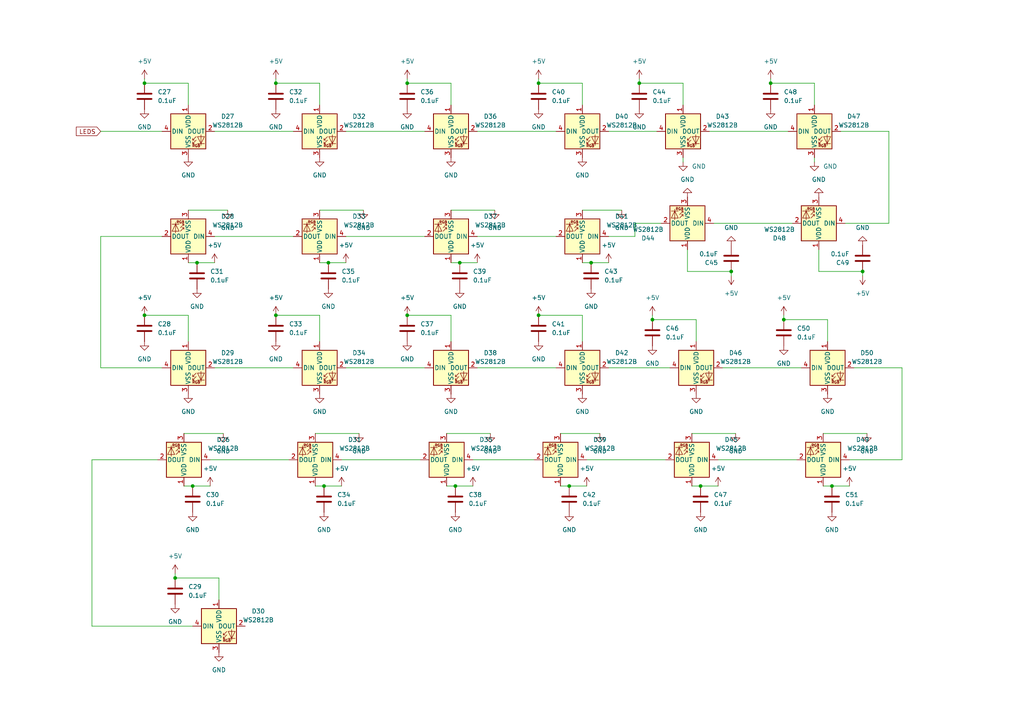
<source format=kicad_sch>
(kicad_sch (version 20211123) (generator eeschema)
  (paper "A4")
  (lib_symbols
    (symbol "Device:C" (pin_numbers hide) (pin_names (offset 0.254))
      (property "Reference" "C" (at 0.635 2.54 0))
      (property "Value" "C" (at 0.635 -2.54 0))
      (symbol "C_0_1"
        (polyline (pts (xy -2.032 -0.762) (xy 2.032 -0.762)) (stroke (width 0.508)))
        (polyline (pts (xy -2.032 0.762) (xy 2.032 0.762)) (stroke (width 0.508)))
      )
      (symbol "C_1_1"
        (pin passive line (at 0 3.81 270) (length 2.794) (name "~") (number "1"))
        (pin passive line (at 0 -3.81 90) (length 2.794) (name "~") (number "2"))
      )
    )
    (symbol "LED:WS2812B" (pin_names (offset 0.254))
      (property "Reference" "D" (at 5.08 5.715 0))
      (property "Value" "WS2812B" (at 1.27 -5.715 0))
      (symbol "WS2812B_0_0"
        (text "RGB" (at 2.286 -4.191 0) (effects (font (size 0.762 0.762))))
      )
      (symbol "WS2812B_0_1"
        (polyline (pts (xy 1.27 -3.556) (xy 1.778 -3.556)))
        (polyline (pts (xy 1.27 -2.54) (xy 1.778 -2.54)))
        (polyline (pts (xy 4.699 -3.556) (xy 2.667 -3.556)))
        (polyline (pts (xy 2.286 -2.54) (xy 1.27 -3.556) (xy 1.27 -3.048)))
        (polyline (pts (xy 2.286 -1.524) (xy 1.27 -2.54) (xy 1.27 -2.032)))
        (polyline (pts (xy 3.683 -1.016) (xy 3.683 -3.556) (xy 3.683 -4.064)))
        (polyline (pts (xy 4.699 -1.524) (xy 2.667 -1.524) (xy 3.683 -3.556) (xy 4.699 -1.524)))
        (rectangle (start 5.08 5.08) (end -5.08 -5.08) (stroke (width 0.254)) (fill (type background)))
      )
      (symbol "WS2812B_1_1"
        (pin power_in line (at 0 7.62 270) (length 2.54) (name "VDD") (number "1"))
        (pin output line (at 7.62 0 180) (length 2.54) (name "DOUT") (number "2"))
        (pin power_in line (at 0 -7.62 90) (length 2.54) (name "VSS") (number "3"))
        (pin input line (at -7.62 0 0) (length 2.54) (name "DIN") (number "4"))
      )
    )
    (symbol "power:+5V" (power) (pin_names (offset 0))
      (property "Value" "+5V" (at 0 3.556 0))
      (symbol "+5V_0_1"
        (polyline (pts (xy -0.762 1.27) (xy 0 2.54)))
        (polyline (pts (xy 0 0) (xy 0 2.54)))
        (polyline (pts (xy 0 2.54) (xy 0.762 1.27)))
      )
      (symbol "+5V_1_1"
        (pin power_in line (at 0 0 90) (length 0) hide (name "+5V") (number "1"))
      )
    )
    (symbol "power:GND" (power) (pin_names (offset 0))
      (property "Value" "GND" (at 0 -3.81 0))
      (symbol "GND_0_1"
        (polyline (pts (xy 0 0) (xy 0 -1.27) (xy 1.27 -1.27) (xy 0 -2.54) (xy -1.27 -1.27) (xy 0 -1.27)))
      )
      (symbol "GND_1_1"
        (pin power_in line (at 0 0 270) (length 0) hide (name "GND") (number "1"))
      )
    )
  )
  (junction (at 227.33 92.71))
  (junction (at 41.91 91.44))
  (junction (at 156.21 24.13))
  (junction (at 165.1 140.97))
  (junction (at 93.98 140.97))
  (junction (at 80.01 91.44))
  (junction (at 212.09 78.74))
  (junction (at 41.91 24.13))
  (junction (at 250.19 78.74))
  (junction (at 171.45 76.2))
  (junction (at 118.11 24.13))
  (junction (at 50.8 167.64))
  (junction (at 118.11 91.44))
  (junction (at 57.15 76.2))
  (junction (at 189.23 92.71))
  (junction (at 80.01 24.13))
  (junction (at 185.42 24.13))
  (junction (at 133.35 76.2))
  (junction (at 223.52 24.13))
  (junction (at 241.3 140.97))
  (junction (at 132.08 140.97))
  (junction (at 203.2 140.97))
  (junction (at 55.88 140.97))
  (junction (at 95.25 76.2))
  (junction (at 156.21 91.44))
  (wire (pts (xy 171.45 76.2) (xy 176.53 76.2)))
  (wire (pts (xy 223.52 24.13) (xy 223.52 22.86)))
  (wire (pts (xy 54.61 24.13) (xy 54.61 30.48)))
  (wire (pts (xy 261.62 133.35) (xy 246.38 133.35)))
  (wire (pts (xy 129.54 125.73) (xy 142.24 125.73)))
  (wire (pts (xy 29.21 68.58) (xy 29.21 106.68)))
  (wire (pts (xy 26.67 181.61) (xy 55.88 181.61)))
  (wire (pts (xy 240.03 92.71) (xy 240.03 99.06)))
  (wire (pts (xy 156.21 24.13) (xy 168.91 24.13)))
  (wire (pts (xy 198.12 45.72) (xy 198.12 46.99)))
  (wire (pts (xy 118.11 91.44) (xy 130.81 91.44)))
  (wire (pts (xy 63.5 167.64) (xy 63.5 173.99)))
  (wire (pts (xy 100.33 38.1) (xy 123.19 38.1)))
  (wire (pts (xy 118.11 24.13) (xy 118.11 22.86)))
  (wire (pts (xy 62.23 68.58) (xy 85.09 68.58)))
  (wire (pts (xy 92.71 91.44) (xy 92.71 99.06)))
  (wire (pts (xy 100.33 68.58) (xy 123.19 68.58)))
  (wire (pts (xy 238.76 125.73) (xy 251.46 125.73)))
  (wire (pts (xy 184.15 64.77) (xy 184.15 68.58)))
  (wire (pts (xy 60.96 133.35) (xy 83.82 133.35)))
  (wire (pts (xy 168.91 60.96) (xy 180.34 60.96)))
  (wire (pts (xy 238.76 140.97) (xy 241.3 140.97)))
  (wire (pts (xy 203.2 140.97) (xy 200.66 140.97)))
  (wire (pts (xy 165.1 140.97) (xy 170.18 140.97)))
  (wire (pts (xy 205.74 38.1) (xy 228.6 38.1)))
  (wire (pts (xy 26.67 133.35) (xy 26.67 181.61)))
  (wire (pts (xy 95.25 76.2) (xy 100.33 76.2)))
  (wire (pts (xy 45.72 133.35) (xy 26.67 133.35)))
  (wire (pts (xy 80.01 24.13) (xy 92.71 24.13)))
  (wire (pts (xy 92.71 24.13) (xy 92.71 30.48)))
  (wire (pts (xy 100.33 106.68) (xy 123.19 106.68)))
  (wire (pts (xy 170.18 133.35) (xy 193.04 133.35)))
  (wire (pts (xy 53.34 125.73) (xy 64.77 125.73)))
  (wire (pts (xy 54.61 91.44) (xy 54.61 99.06)))
  (wire (pts (xy 133.35 76.2) (xy 130.81 76.2)))
  (wire (pts (xy 189.23 92.71) (xy 201.93 92.71)))
  (wire (pts (xy 209.55 106.68) (xy 232.41 106.68)))
  (wire (pts (xy 138.43 38.1) (xy 161.29 38.1)))
  (wire (pts (xy 223.52 24.13) (xy 236.22 24.13)))
  (wire (pts (xy 236.22 24.13) (xy 236.22 30.48)))
  (wire (pts (xy 132.08 140.97) (xy 137.16 140.97)))
  (wire (pts (xy 41.91 91.44) (xy 54.61 91.44)))
  (wire (pts (xy 162.56 125.73) (xy 173.99 125.73)))
  (wire (pts (xy 250.19 78.74) (xy 237.49 78.74)))
  (wire (pts (xy 201.93 92.71) (xy 201.93 99.06)))
  (wire (pts (xy 185.42 24.13) (xy 185.42 22.86)))
  (wire (pts (xy 212.09 78.74) (xy 212.09 80.01)))
  (wire (pts (xy 156.21 24.13) (xy 156.21 22.86)))
  (wire (pts (xy 199.39 78.74) (xy 199.39 72.39)))
  (wire (pts (xy 62.23 106.68) (xy 85.09 106.68)))
  (wire (pts (xy 80.01 24.13) (xy 80.01 22.86)))
  (wire (pts (xy 50.8 167.64) (xy 50.8 166.37)))
  (wire (pts (xy 57.15 76.2) (xy 54.61 76.2)))
  (wire (pts (xy 133.35 76.2) (xy 138.43 76.2)))
  (wire (pts (xy 184.15 68.58) (xy 176.53 68.58)))
  (wire (pts (xy 257.81 64.77) (xy 245.11 64.77)))
  (wire (pts (xy 227.33 92.71) (xy 240.03 92.71)))
  (wire (pts (xy 212.09 78.74) (xy 199.39 78.74)))
  (wire (pts (xy 189.23 92.71) (xy 189.23 91.44)))
  (wire (pts (xy 50.8 167.64) (xy 63.5 167.64)))
  (wire (pts (xy 138.43 68.58) (xy 161.29 68.58)))
  (wire (pts (xy 227.33 92.71) (xy 227.33 91.44)))
  (wire (pts (xy 156.21 91.44) (xy 168.91 91.44)))
  (wire (pts (xy 247.65 106.68) (xy 261.62 106.68)))
  (wire (pts (xy 99.06 133.35) (xy 121.92 133.35)))
  (wire (pts (xy 191.77 64.77) (xy 184.15 64.77)))
  (wire (pts (xy 93.98 140.97) (xy 91.44 140.97)))
  (wire (pts (xy 57.15 76.2) (xy 62.23 76.2)))
  (wire (pts (xy 55.88 140.97) (xy 60.96 140.97)))
  (wire (pts (xy 198.12 24.13) (xy 198.12 30.48)))
  (wire (pts (xy 243.84 38.1) (xy 257.81 38.1)))
  (wire (pts (xy 138.43 106.68) (xy 161.29 106.68)))
  (wire (pts (xy 29.21 38.1) (xy 46.99 38.1)))
  (wire (pts (xy 130.81 24.13) (xy 130.81 30.48)))
  (wire (pts (xy 237.49 78.74) (xy 237.49 72.39)))
  (wire (pts (xy 200.66 125.73) (xy 213.36 125.73)))
  (wire (pts (xy 165.1 140.97) (xy 162.56 140.97)))
  (wire (pts (xy 29.21 106.68) (xy 46.99 106.68)))
  (wire (pts (xy 41.91 24.13) (xy 41.91 22.86)))
  (wire (pts (xy 118.11 24.13) (xy 130.81 24.13)))
  (wire (pts (xy 257.81 38.1) (xy 257.81 64.77)))
  (wire (pts (xy 132.08 140.97) (xy 129.54 140.97)))
  (wire (pts (xy 130.81 91.44) (xy 130.81 99.06)))
  (wire (pts (xy 250.19 78.74) (xy 250.19 80.01)))
  (wire (pts (xy 92.71 60.96) (xy 105.41 60.96)))
  (wire (pts (xy 203.2 140.97) (xy 208.28 140.97)))
  (wire (pts (xy 168.91 91.44) (xy 168.91 99.06)))
  (wire (pts (xy 55.88 140.97) (xy 53.34 140.97)))
  (wire (pts (xy 241.3 140.97) (xy 246.38 140.97)))
  (wire (pts (xy 91.44 125.73) (xy 104.14 125.73)))
  (wire (pts (xy 208.28 133.35) (xy 231.14 133.35)))
  (wire (pts (xy 236.22 45.72) (xy 236.22 46.99)))
  (wire (pts (xy 176.53 106.68) (xy 194.31 106.68)))
  (wire (pts (xy 261.62 106.68) (xy 261.62 133.35)))
  (wire (pts (xy 176.53 38.1) (xy 190.5 38.1)))
  (wire (pts (xy 130.81 60.96) (xy 143.51 60.96)))
  (wire (pts (xy 168.91 24.13) (xy 168.91 30.48)))
  (wire (pts (xy 80.01 91.44) (xy 92.71 91.44)))
  (wire (pts (xy 185.42 24.13) (xy 198.12 24.13)))
  (wire (pts (xy 62.23 38.1) (xy 85.09 38.1)))
  (wire (pts (xy 95.25 76.2) (xy 92.71 76.2)))
  (wire (pts (xy 207.01 64.77) (xy 229.87 64.77)))
  (wire (pts (xy 168.91 76.2) (xy 171.45 76.2)))
  (wire (pts (xy 41.91 24.13) (xy 54.61 24.13)))
  (wire (pts (xy 54.61 60.96) (xy 66.04 60.96)))
  (wire (pts (xy 93.98 140.97) (xy 99.06 140.97)))
  (wire (pts (xy 46.99 68.58) (xy 29.21 68.58)))
  (wire (pts (xy 137.16 133.35) (xy 154.94 133.35)))
  (global_label "LEDS" (shape input) (at 29.21 38.1 180) (property "Intersheet References" "${INTERSHEET_REFS}" (effects hide)))
  (symbol (lib_id "Device:C") (at 203.2 144.78 0) (unit 1)
    (property "Reference" "C47" (at 207.01 143.5099 0) (effects (justify left)))
    (property "Value" "0.1uF" (at 207.01 146.0499 0) (effects (justify left)))
    (property "Footprint" "Capacitor_SMD:C_0805_2012Metric_Pad1.18x1.45mm_HandSolder" (effects hide))
  )
  (symbol (lib_id "Device:C") (at 132.08 144.78 0) (unit 1)
    (property "Reference" "C38" (at 135.89 143.5099 0) (effects (justify left)))
    (property "Value" "0.1uF" (at 135.89 146.0499 0) (effects (justify left)))
    (property "Footprint" "Capacitor_SMD:C_0805_2012Metric_Pad1.18x1.45mm_HandSolder" (effects hide))
  )
  (symbol (lib_id "Device:C") (at 41.91 95.25 0) (unit 1)
    (property "Reference" "C28" (at 45.72 93.9799 0) (effects (justify left)))
    (property "Value" "0.1uF" (at 45.72 96.5199 0) (effects (justify left)))
    (property "Footprint" "Capacitor_SMD:C_0805_2012Metric_Pad1.18x1.45mm_HandSolder" (effects hide))
  )
  (symbol (lib_id "power:GND") (at 118.11 31.75 0) (unit 1)
    (property "Reference" "#PWR0176" (effects hide))
    (property "Value" "GND" (at 118.11 36.83 0))
  )
  (symbol (lib_id "power:+5V") (at 170.18 140.97 0) (unit 1)
    (property "Reference" "#PWR0189" (effects hide))
    (property "Value" "+5V" (at 170.18 135.89 0))
  )
  (symbol (lib_id "LED:WS2812B") (at 200.66 133.35 180) (unit 1)
    (property "Reference" "D45" (at 212.09 127.5205 0))
    (property "Value" "WS2812B" (at 212.09 130.0605 0))
    (property "Footprint" "LED_SMD:LED_WS2812B_PLCC4_5.0x5.0mm_P3.2mm" (effects hide))
    (property "Datasheet" "https://cdn-shop.adafruit.com/datasheets/WS2812B.pdf" (effects hide))
  )
  (symbol (lib_id "power:GND") (at 156.21 99.06 0) (unit 1)
    (property "Reference" "#PWR0192" (effects hide))
    (property "Value" "GND" (at 156.21 104.14 0))
  )
  (symbol (lib_id "power:GND") (at 64.77 125.73 0) (unit 1)
    (property "Reference" "#PWR0233" (effects hide))
    (property "Value" "GND" (at 64.77 130.81 0))
  )
  (symbol (lib_id "power:GND") (at 198.12 46.99 0) (unit 1)
    (property "Reference" "#PWR0248" (effects hide))
    (property "Value" "GND" (at 200.66 48.2599 0) (effects (justify left)))
  )
  (symbol (lib_id "LED:WS2812B") (at 168.91 38.1 0) (unit 1)
    (property "Reference" "D40" (at 180.34 33.7693 0))
    (property "Value" "WS2812B" (at 180.34 36.3093 0))
    (property "Footprint" "LED_SMD:LED_WS2812B_PLCC4_5.0x5.0mm_P3.2mm" (effects hide))
    (property "Datasheet" "https://cdn-shop.adafruit.com/datasheets/WS2812B.pdf" (effects hide))
  )
  (symbol (lib_id "power:GND") (at 240.03 114.3 0) (unit 1)
    (property "Reference" "#PWR0208" (effects hide))
    (property "Value" "GND" (at 240.03 119.38 0))
  )
  (symbol (lib_id "power:GND") (at 130.81 45.72 0) (unit 1)
    (property "Reference" "#PWR0179" (effects hide))
    (property "Value" "GND" (at 130.81 50.8 0))
  )
  (symbol (lib_id "power:GND") (at 93.98 148.59 0) (unit 1)
    (property "Reference" "#PWR0225" (effects hide))
    (property "Value" "GND" (at 93.98 153.67 0))
  )
  (symbol (lib_id "power:+5V") (at 50.8 166.37 0) (unit 1)
    (property "Reference" "#PWR0227" (effects hide))
    (property "Value" "+5V" (at 50.8 161.29 0))
  )
  (symbol (lib_id "power:GND") (at 142.24 125.73 0) (unit 1)
    (property "Reference" "#PWR0199" (effects hide))
    (property "Value" "GND" (at 142.24 130.81 0))
  )
  (symbol (lib_id "LED:WS2812B") (at 168.91 68.58 180) (unit 1)
    (property "Reference" "D41" (at 180.34 62.7505 0))
    (property "Value" "WS2812B" (at 180.34 65.2905 0))
    (property "Footprint" "LED_SMD:LED_WS2812B_PLCC4_5.0x5.0mm_P3.2mm" (effects hide))
    (property "Datasheet" "https://cdn-shop.adafruit.com/datasheets/WS2812B.pdf" (effects hide))
  )
  (symbol (lib_id "Device:C") (at 171.45 80.01 0) (unit 1)
    (property "Reference" "C43" (at 175.26 78.7399 0) (effects (justify left)))
    (property "Value" "0.1uF" (at 175.26 81.2799 0) (effects (justify left)))
    (property "Footprint" "Capacitor_SMD:C_0805_2012Metric_Pad1.18x1.45mm_HandSolder" (effects hide))
  )
  (symbol (lib_id "power:GND") (at 80.01 31.75 0) (unit 1)
    (property "Reference" "#PWR0181" (effects hide))
    (property "Value" "GND" (at 80.01 36.83 0))
  )
  (symbol (lib_id "Device:C") (at 118.11 27.94 0) (unit 1)
    (property "Reference" "C36" (at 121.92 26.6699 0) (effects (justify left)))
    (property "Value" "0.1uF" (at 121.92 29.2099 0) (effects (justify left)))
    (property "Footprint" "Capacitor_SMD:C_0805_2012Metric_Pad1.18x1.45mm_HandSolder" (effects hide))
  )
  (symbol (lib_id "power:GND") (at 189.23 100.33 0) (unit 1)
    (property "Reference" "#PWR0196" (effects hide))
    (property "Value" "GND" (at 189.23 105.41 0))
  )
  (symbol (lib_id "LED:WS2812B") (at 54.61 68.58 180) (unit 1)
    (property "Reference" "D28" (at 66.04 62.7505 0))
    (property "Value" "WS2812B" (at 66.04 65.2905 0))
    (property "Footprint" "LED_SMD:LED_WS2812B_PLCC4_5.0x5.0mm_P3.2mm" (effects hide))
    (property "Datasheet" "https://cdn-shop.adafruit.com/datasheets/WS2812B.pdf" (effects hide))
  )
  (symbol (lib_id "Device:C") (at 41.91 27.94 0) (unit 1)
    (property "Reference" "C27" (at 45.72 26.6699 0) (effects (justify left)))
    (property "Value" "0.1uF" (at 45.72 29.2099 0) (effects (justify left)))
    (property "Footprint" "Capacitor_SMD:C_0805_2012Metric_Pad1.18x1.45mm_HandSolder" (effects hide))
  )
  (symbol (lib_id "power:+5V") (at 62.23 76.2 0) (unit 1)
    (property "Reference" "#PWR0222" (effects hide))
    (property "Value" "+5V" (at 62.23 71.12 0))
  )
  (symbol (lib_id "LED:WS2812B") (at 53.34 133.35 180) (unit 1)
    (property "Reference" "D26" (at 64.77 127.5205 0))
    (property "Value" "WS2812B" (at 64.77 130.0605 0))
    (property "Footprint" "LED_SMD:LED_WS2812B_PLCC4_5.0x5.0mm_P3.2mm" (effects hide))
    (property "Datasheet" "https://cdn-shop.adafruit.com/datasheets/WS2812B.pdf" (effects hide))
  )
  (symbol (lib_id "Device:C") (at 165.1 144.78 0) (unit 1)
    (property "Reference" "C42" (at 168.91 143.5099 0) (effects (justify left)))
    (property "Value" "0.1uF" (at 168.91 146.0499 0) (effects (justify left)))
    (property "Footprint" "Capacitor_SMD:C_0805_2012Metric_Pad1.18x1.45mm_HandSolder" (effects hide))
  )
  (symbol (lib_id "power:GND") (at 63.5 189.23 0) (unit 1)
    (property "Reference" "#PWR0230" (effects hide))
    (property "Value" "GND" (at 63.5 194.31 0))
  )
  (symbol (lib_id "power:GND") (at 50.8 175.26 0) (unit 1)
    (property "Reference" "#PWR0231" (effects hide))
    (property "Value" "GND" (at 50.8 180.34 0))
  )
  (symbol (lib_id "power:GND") (at 203.2 148.59 0) (unit 1)
    (property "Reference" "#PWR0206" (effects hide))
    (property "Value" "GND" (at 203.2 153.67 0))
  )
  (symbol (lib_id "Device:C") (at 95.25 80.01 0) (unit 1)
    (property "Reference" "C35" (at 99.06 78.7399 0) (effects (justify left)))
    (property "Value" "0.1uF" (at 99.06 81.2799 0) (effects (justify left)))
    (property "Footprint" "Capacitor_SMD:C_0805_2012Metric_Pad1.18x1.45mm_HandSolder" (effects hide))
  )
  (symbol (lib_id "power:GND") (at 80.01 99.06 0) (unit 1)
    (property "Reference" "#PWR0213" (effects hide))
    (property "Value" "GND" (at 80.01 104.14 0))
  )
  (symbol (lib_id "power:GND") (at 173.99 125.73 0) (unit 1)
    (property "Reference" "#PWR0190" (effects hide))
    (property "Value" "GND" (at 173.99 130.81 0))
  )
  (symbol (lib_id "power:GND") (at 199.39 57.15 180) (unit 1)
    (property "Reference" "#PWR0244" (effects hide))
    (property "Value" "GND" (at 199.39 52.07 0))
  )
  (symbol (lib_id "power:+5V") (at 185.42 22.86 0) (unit 1)
    (property "Reference" "#PWR0234" (effects hide))
    (property "Value" "+5V" (at 185.42 17.78 0))
  )
  (symbol (lib_id "Device:C") (at 50.8 171.45 0) (unit 1)
    (property "Reference" "C29" (at 54.61 170.1799 0) (effects (justify left)))
    (property "Value" "0.1uF" (at 54.61 172.7199 0) (effects (justify left)))
    (property "Footprint" "Capacitor_SMD:C_0805_2012Metric_Pad1.18x1.45mm_HandSolder" (effects hide))
  )
  (symbol (lib_id "power:GND") (at 168.91 45.72 0) (unit 1)
    (property "Reference" "#PWR0238" (effects hide))
    (property "Value" "GND" (at 168.91 50.8 0))
  )
  (symbol (lib_id "Device:C") (at 189.23 96.52 0) (unit 1)
    (property "Reference" "C46" (at 193.04 95.2499 0) (effects (justify left)))
    (property "Value" "0.1uF" (at 193.04 97.7899 0) (effects (justify left)))
    (property "Footprint" "Capacitor_SMD:C_0805_2012Metric_Pad1.18x1.45mm_HandSolder" (effects hide))
  )
  (symbol (lib_id "power:+5V") (at 250.19 80.01 180) (unit 1)
    (property "Reference" "#PWR0247" (effects hide))
    (property "Value" "+5V" (at 250.19 85.09 0))
  )
  (symbol (lib_id "power:GND") (at 251.46 125.73 0) (unit 1)
    (property "Reference" "#PWR0207" (effects hide))
    (property "Value" "GND" (at 251.46 130.81 0))
  )
  (symbol (lib_id "LED:WS2812B") (at 92.71 38.1 0) (unit 1)
    (property "Reference" "D32" (at 104.14 33.7693 0))
    (property "Value" "WS2812B" (at 104.14 36.3093 0))
    (property "Footprint" "LED_SMD:LED_WS2812B_PLCC4_5.0x5.0mm_P3.2mm" (effects hide))
    (property "Datasheet" "https://cdn-shop.adafruit.com/datasheets/WS2812B.pdf" (effects hide))
  )
  (symbol (lib_id "power:+5V") (at 223.52 22.86 0) (unit 1)
    (property "Reference" "#PWR0249" (effects hide))
    (property "Value" "+5V" (at 223.52 17.78 0))
  )
  (symbol (lib_id "power:GND") (at 241.3 148.59 0) (unit 1)
    (property "Reference" "#PWR0201" (effects hide))
    (property "Value" "GND" (at 241.3 153.67 0))
  )
  (symbol (lib_id "power:GND") (at 212.09 71.12 180) (unit 1)
    (property "Reference" "#PWR0241" (effects hide))
    (property "Value" "GND" (at 212.09 66.04 0))
  )
  (symbol (lib_id "power:GND") (at 130.81 114.3 0) (unit 1)
    (property "Reference" "#PWR0185" (effects hide))
    (property "Value" "GND" (at 130.81 119.38 0))
  )
  (symbol (lib_id "Device:C") (at 118.11 95.25 0) (unit 1)
    (property "Reference" "C37" (at 121.92 93.9799 0) (effects (justify left)))
    (property "Value" "0.1uF" (at 121.92 96.5199 0) (effects (justify left)))
    (property "Footprint" "Capacitor_SMD:C_0805_2012Metric_Pad1.18x1.45mm_HandSolder" (effects hide))
  )
  (symbol (lib_id "power:+5V") (at 138.43 76.2 0) (unit 1)
    (property "Reference" "#PWR0177" (effects hide))
    (property "Value" "+5V" (at 138.43 71.12 0))
  )
  (symbol (lib_id "power:GND") (at 156.21 31.75 0) (unit 1)
    (property "Reference" "#PWR0236" (effects hide))
    (property "Value" "GND" (at 156.21 36.83 0))
  )
  (symbol (lib_id "power:GND") (at 105.41 60.96 0) (unit 1)
    (property "Reference" "#PWR0182" (effects hide))
    (property "Value" "GND" (at 105.41 66.04 0))
  )
  (symbol (lib_id "power:GND") (at 92.71 114.3 0) (unit 1)
    (property "Reference" "#PWR0223" (effects hide))
    (property "Value" "GND" (at 92.71 119.38 0))
  )
  (symbol (lib_id "power:GND") (at 250.19 71.12 180) (unit 1)
    (property "Reference" "#PWR0245" (effects hide))
    (property "Value" "GND" (at 250.19 66.04 0))
  )
  (symbol (lib_id "power:GND") (at 227.33 100.33 0) (unit 1)
    (property "Reference" "#PWR0202" (effects hide))
    (property "Value" "GND" (at 227.33 105.41 0))
  )
  (symbol (lib_id "power:GND") (at 201.93 114.3 0) (unit 1)
    (property "Reference" "#PWR0203" (effects hide))
    (property "Value" "GND" (at 201.93 119.38 0))
  )
  (symbol (lib_id "LED:WS2812B") (at 54.61 38.1 0) (unit 1)
    (property "Reference" "D27" (at 66.04 33.7693 0))
    (property "Value" "WS2812B" (at 66.04 36.3093 0))
    (property "Footprint" "LED_SMD:LED_WS2812B_PLCC4_5.0x5.0mm_P3.2mm" (effects hide))
    (property "Datasheet" "https://cdn-shop.adafruit.com/datasheets/WS2812B.pdf" (effects hide))
  )
  (symbol (lib_id "power:GND") (at 41.91 31.75 0) (unit 1)
    (property "Reference" "#PWR0214" (effects hide))
    (property "Value" "GND" (at 41.91 36.83 0))
  )
  (symbol (lib_id "LED:WS2812B") (at 199.39 64.77 180) (unit 1)
    (property "Reference" "D44" (at 187.96 69.1007 0))
    (property "Value" "WS2812B" (at 187.96 66.5607 0))
    (property "Footprint" "LED_SMD:LED_WS2812B_PLCC4_5.0x5.0mm_P3.2mm" (effects hide))
    (property "Datasheet" "https://cdn-shop.adafruit.com/datasheets/WS2812B.pdf" (effects hide))
  )
  (symbol (lib_id "power:+5V") (at 189.23 91.44 0) (unit 1)
    (property "Reference" "#PWR0195" (effects hide))
    (property "Value" "+5V" (at 189.23 86.36 0))
  )
  (symbol (lib_id "power:GND") (at 118.11 99.06 0) (unit 1)
    (property "Reference" "#PWR0184" (effects hide))
    (property "Value" "GND" (at 118.11 104.14 0))
  )
  (symbol (lib_id "power:GND") (at 185.42 31.75 0) (unit 1)
    (property "Reference" "#PWR0235" (effects hide))
    (property "Value" "GND" (at 185.42 36.83 0))
  )
  (symbol (lib_id "Device:C") (at 212.09 74.93 180) (unit 1)
    (property "Reference" "C45" (at 208.28 76.2001 0) (effects (justify left)))
    (property "Value" "0.1uF" (at 208.28 73.6601 0) (effects (justify left)))
    (property "Footprint" "Capacitor_SMD:C_0805_2012Metric_Pad1.18x1.45mm_HandSolder" (effects hide))
  )
  (symbol (lib_id "power:GND") (at 237.49 57.15 180) (unit 1)
    (property "Reference" "#PWR0209" (effects hide))
    (property "Value" "GND" (at 237.49 52.07 0))
  )
  (symbol (lib_id "power:+5V") (at 118.11 22.86 0) (unit 1)
    (property "Reference" "#PWR0175" (effects hide))
    (property "Value" "+5V" (at 118.11 17.78 0))
  )
  (symbol (lib_id "power:GND") (at 104.14 125.73 0) (unit 1)
    (property "Reference" "#PWR0224" (effects hide))
    (property "Value" "GND" (at 104.14 130.81 0))
  )
  (symbol (lib_id "power:+5V") (at 118.11 91.44 0) (unit 1)
    (property "Reference" "#PWR0186" (effects hide))
    (property "Value" "+5V" (at 118.11 86.36 0))
  )
  (symbol (lib_id "LED:WS2812B") (at 91.44 133.35 180) (unit 1)
    (property "Reference" "D31" (at 102.87 127.5205 0))
    (property "Value" "WS2812B" (at 102.87 130.0605 0))
    (property "Footprint" "LED_SMD:LED_WS2812B_PLCC4_5.0x5.0mm_P3.2mm" (effects hide))
    (property "Datasheet" "https://cdn-shop.adafruit.com/datasheets/WS2812B.pdf" (effects hide))
  )
  (symbol (lib_id "power:GND") (at 41.91 99.06 0) (unit 1)
    (property "Reference" "#PWR0219" (effects hide))
    (property "Value" "GND" (at 41.91 104.14 0))
  )
  (symbol (lib_id "power:GND") (at 54.61 114.3 0) (unit 1)
    (property "Reference" "#PWR0232" (effects hide))
    (property "Value" "GND" (at 54.61 119.38 0))
  )
  (symbol (lib_id "Device:C") (at 185.42 27.94 0) (unit 1)
    (property "Reference" "C44" (at 189.23 26.6699 0) (effects (justify left)))
    (property "Value" "0.1uF" (at 189.23 29.2099 0) (effects (justify left)))
    (property "Footprint" "Capacitor_SMD:C_0805_2012Metric_Pad1.18x1.45mm_HandSolder" (effects hide))
  )
  (symbol (lib_id "Device:C") (at 57.15 80.01 0) (unit 1)
    (property "Reference" "C31" (at 60.96 78.7399 0) (effects (justify left)))
    (property "Value" "0.1uF" (at 60.96 81.2799 0) (effects (justify left)))
    (property "Footprint" "Capacitor_SMD:C_0805_2012Metric_Pad1.18x1.45mm_HandSolder" (effects hide))
  )
  (symbol (lib_id "power:+5V") (at 99.06 140.97 0) (unit 1)
    (property "Reference" "#PWR0226" (effects hide))
    (property "Value" "+5V" (at 99.06 135.89 0))
  )
  (symbol (lib_id "Device:C") (at 133.35 80.01 0) (unit 1)
    (property "Reference" "C39" (at 137.16 78.7399 0) (effects (justify left)))
    (property "Value" "0.1uF" (at 137.16 81.2799 0) (effects (justify left)))
    (property "Footprint" "Capacitor_SMD:C_0805_2012Metric_Pad1.18x1.45mm_HandSolder" (effects hide))
  )
  (symbol (lib_id "power:+5V") (at 212.09 80.01 180) (unit 1)
    (property "Reference" "#PWR0239" (effects hide))
    (property "Value" "+5V" (at 212.09 85.09 0))
  )
  (symbol (lib_id "power:GND") (at 54.61 45.72 0) (unit 1)
    (property "Reference" "#PWR0221" (effects hide))
    (property "Value" "GND" (at 54.61 50.8 0))
  )
  (symbol (lib_id "LED:WS2812B") (at 63.5 181.61 0) (unit 1)
    (property "Reference" "D30" (at 74.93 177.2793 0))
    (property "Value" "WS2812B" (at 74.93 179.8193 0))
    (property "Footprint" "LED_SMD:LED_WS2812B_PLCC4_5.0x5.0mm_P3.2mm" (effects hide))
    (property "Datasheet" "https://cdn-shop.adafruit.com/datasheets/WS2812B.pdf" (effects hide))
  )
  (symbol (lib_id "Device:C") (at 223.52 27.94 0) (unit 1)
    (property "Reference" "C48" (at 227.33 26.6699 0) (effects (justify left)))
    (property "Value" "0.1uF" (at 227.33 29.2099 0) (effects (justify left)))
    (property "Footprint" "Capacitor_SMD:C_0805_2012Metric_Pad1.18x1.45mm_HandSolder" (effects hide))
  )
  (symbol (lib_id "power:+5V") (at 227.33 91.44 0) (unit 1)
    (property "Reference" "#PWR0210" (effects hide))
    (property "Value" "+5V" (at 227.33 86.36 0))
  )
  (symbol (lib_id "power:GND") (at 92.71 45.72 0) (unit 1)
    (property "Reference" "#PWR0180" (effects hide))
    (property "Value" "GND" (at 92.71 50.8 0))
  )
  (symbol (lib_id "power:GND") (at 168.91 114.3 0) (unit 1)
    (property "Reference" "#PWR0194" (effects hide))
    (property "Value" "GND" (at 168.91 119.38 0))
  )
  (symbol (lib_id "Device:C") (at 55.88 144.78 0) (unit 1)
    (property "Reference" "C30" (at 59.69 143.5099 0) (effects (justify left)))
    (property "Value" "0.1uF" (at 59.69 146.0499 0) (effects (justify left)))
    (property "Footprint" "Capacitor_SMD:C_0805_2012Metric_Pad1.18x1.45mm_HandSolder" (effects hide))
  )
  (symbol (lib_id "Device:C") (at 227.33 96.52 0) (unit 1)
    (property "Reference" "C50" (at 231.14 95.2499 0) (effects (justify left)))
    (property "Value" "0.1uF" (at 231.14 97.7899 0) (effects (justify left)))
    (property "Footprint" "Capacitor_SMD:C_0805_2012Metric_Pad1.18x1.45mm_HandSolder" (effects hide))
  )
  (symbol (lib_id "Device:C") (at 80.01 27.94 0) (unit 1)
    (property "Reference" "C32" (at 83.82 26.6699 0) (effects (justify left)))
    (property "Value" "0.1uF" (at 83.82 29.2099 0) (effects (justify left)))
    (property "Footprint" "Capacitor_SMD:C_0805_2012Metric_Pad1.18x1.45mm_HandSolder" (effects hide))
  )
  (symbol (lib_id "LED:WS2812B") (at 168.91 106.68 0) (unit 1)
    (property "Reference" "D42" (at 180.34 102.3493 0))
    (property "Value" "WS2812B" (at 180.34 104.8893 0))
    (property "Footprint" "LED_SMD:LED_WS2812B_PLCC4_5.0x5.0mm_P3.2mm" (effects hide))
    (property "Datasheet" "https://cdn-shop.adafruit.com/datasheets/WS2812B.pdf" (effects hide))
  )
  (symbol (lib_id "power:GND") (at 180.34 60.96 0) (unit 1)
    (property "Reference" "#PWR0240" (effects hide))
    (property "Value" "GND" (at 180.34 66.04 0))
  )
  (symbol (lib_id "power:GND") (at 143.51 60.96 0) (unit 1)
    (property "Reference" "#PWR0178" (effects hide))
    (property "Value" "GND" (at 143.51 66.04 0))
  )
  (symbol (lib_id "power:+5V") (at 246.38 140.97 0) (unit 1)
    (property "Reference" "#PWR0200" (effects hide))
    (property "Value" "+5V" (at 246.38 135.89 0))
  )
  (symbol (lib_id "LED:WS2812B") (at 237.49 64.77 180) (unit 1)
    (property "Reference" "D48" (at 226.06 69.1007 0))
    (property "Value" "WS2812B" (at 226.06 66.5607 0))
    (property "Footprint" "LED_SMD:LED_WS2812B_PLCC4_5.0x5.0mm_P3.2mm" (effects hide))
    (property "Datasheet" "https://cdn-shop.adafruit.com/datasheets/WS2812B.pdf" (effects hide))
  )
  (symbol (lib_id "LED:WS2812B") (at 54.61 106.68 0) (unit 1)
    (property "Reference" "D29" (at 66.04 102.3493 0))
    (property "Value" "WS2812B" (at 66.04 104.8893 0))
    (property "Footprint" "LED_SMD:LED_WS2812B_PLCC4_5.0x5.0mm_P3.2mm" (effects hide))
    (property "Datasheet" "https://cdn-shop.adafruit.com/datasheets/WS2812B.pdf" (effects hide))
  )
  (symbol (lib_id "power:+5V") (at 100.33 76.2 0) (unit 1)
    (property "Reference" "#PWR0183" (effects hide))
    (property "Value" "+5V" (at 100.33 71.12 0))
  )
  (symbol (lib_id "power:+5V") (at 137.16 140.97 0) (unit 1)
    (property "Reference" "#PWR0198" (effects hide))
    (property "Value" "+5V" (at 137.16 135.89 0))
  )
  (symbol (lib_id "LED:WS2812B") (at 201.93 106.68 0) (unit 1)
    (property "Reference" "D46" (at 213.36 102.3493 0))
    (property "Value" "WS2812B" (at 213.36 104.8893 0))
    (property "Footprint" "LED_SMD:LED_WS2812B_PLCC4_5.0x5.0mm_P3.2mm" (effects hide))
    (property "Datasheet" "https://cdn-shop.adafruit.com/datasheets/WS2812B.pdf" (effects hide))
  )
  (symbol (lib_id "Device:C") (at 241.3 144.78 0) (unit 1)
    (property "Reference" "C51" (at 245.11 143.5099 0) (effects (justify left)))
    (property "Value" "0.1uF" (at 245.11 146.0499 0) (effects (justify left)))
    (property "Footprint" "Capacitor_SMD:C_0805_2012Metric_Pad1.18x1.45mm_HandSolder" (effects hide))
  )
  (symbol (lib_id "LED:WS2812B") (at 130.81 38.1 0) (unit 1)
    (property "Reference" "D36" (at 142.24 33.7693 0))
    (property "Value" "WS2812B" (at 142.24 36.3093 0))
    (property "Footprint" "LED_SMD:LED_WS2812B_PLCC4_5.0x5.0mm_P3.2mm" (effects hide))
    (property "Datasheet" "https://cdn-shop.adafruit.com/datasheets/WS2812B.pdf" (effects hide))
  )
  (symbol (lib_id "Device:C") (at 80.01 95.25 0) (unit 1)
    (property "Reference" "C33" (at 83.82 93.9799 0) (effects (justify left)))
    (property "Value" "0.1uF" (at 83.82 96.5199 0) (effects (justify left)))
    (property "Footprint" "Capacitor_SMD:C_0805_2012Metric_Pad1.18x1.45mm_HandSolder" (effects hide))
  )
  (symbol (lib_id "power:+5V") (at 156.21 22.86 0) (unit 1)
    (property "Reference" "#PWR0237" (effects hide))
    (property "Value" "+5V" (at 156.21 17.78 0))
  )
  (symbol (lib_id "power:GND") (at 133.35 83.82 0) (unit 1)
    (property "Reference" "#PWR0191" (effects hide))
    (property "Value" "GND" (at 133.35 88.9 0))
  )
  (symbol (lib_id "power:+5V") (at 41.91 22.86 0) (unit 1)
    (property "Reference" "#PWR0216" (effects hide))
    (property "Value" "+5V" (at 41.91 17.78 0))
  )
  (symbol (lib_id "power:GND") (at 57.15 83.82 0) (unit 1)
    (property "Reference" "#PWR0212" (effects hide))
    (property "Value" "GND" (at 57.15 88.9 0))
  )
  (symbol (lib_id "LED:WS2812B") (at 162.56 133.35 180) (unit 1)
    (property "Reference" "D39" (at 173.99 127.5205 0))
    (property "Value" "WS2812B" (at 173.99 130.0605 0))
    (property "Footprint" "LED_SMD:LED_WS2812B_PLCC4_5.0x5.0mm_P3.2mm" (effects hide))
    (property "Datasheet" "https://cdn-shop.adafruit.com/datasheets/WS2812B.pdf" (effects hide))
  )
  (symbol (lib_id "power:GND") (at 132.08 148.59 0) (unit 1)
    (property "Reference" "#PWR0193" (effects hide))
    (property "Value" "GND" (at 132.08 153.67 0))
  )
  (symbol (lib_id "power:GND") (at 165.1 148.59 0) (unit 1)
    (property "Reference" "#PWR0197" (effects hide))
    (property "Value" "GND" (at 165.1 153.67 0))
  )
  (symbol (lib_id "LED:WS2812B") (at 238.76 133.35 180) (unit 1)
    (property "Reference" "D49" (at 250.19 127.5205 0))
    (property "Value" "WS2812B" (at 250.19 130.0605 0))
    (property "Footprint" "LED_SMD:LED_WS2812B_PLCC4_5.0x5.0mm_P3.2mm" (effects hide))
    (property "Datasheet" "https://cdn-shop.adafruit.com/datasheets/WS2812B.pdf" (effects hide))
  )
  (symbol (lib_id "LED:WS2812B") (at 129.54 133.35 180) (unit 1)
    (property "Reference" "D35" (at 140.97 127.5205 0))
    (property "Value" "WS2812B" (at 140.97 130.0605 0))
    (property "Footprint" "LED_SMD:LED_WS2812B_PLCC4_5.0x5.0mm_P3.2mm" (effects hide))
    (property "Datasheet" "https://cdn-shop.adafruit.com/datasheets/WS2812B.pdf" (effects hide))
  )
  (symbol (lib_id "power:+5V") (at 80.01 22.86 0) (unit 1)
    (property "Reference" "#PWR0215" (effects hide))
    (property "Value" "+5V" (at 80.01 17.78 0))
  )
  (symbol (lib_id "Device:C") (at 156.21 95.25 0) (unit 1)
    (property "Reference" "C41" (at 160.02 93.9799 0) (effects (justify left)))
    (property "Value" "0.1uF" (at 160.02 96.5199 0) (effects (justify left)))
    (property "Footprint" "Capacitor_SMD:C_0805_2012Metric_Pad1.18x1.45mm_HandSolder" (effects hide))
  )
  (symbol (lib_id "Device:C") (at 156.21 27.94 0) (unit 1)
    (property "Reference" "C40" (at 160.02 26.6699 0) (effects (justify left)))
    (property "Value" "0.1uF" (at 160.02 29.2099 0) (effects (justify left)))
    (property "Footprint" "Capacitor_SMD:C_0805_2012Metric_Pad1.18x1.45mm_HandSolder" (effects hide))
  )
  (symbol (lib_id "Device:C") (at 93.98 144.78 0) (unit 1)
    (property "Reference" "C34" (at 97.79 143.5099 0) (effects (justify left)))
    (property "Value" "0.1uF" (at 97.79 146.0499 0) (effects (justify left)))
    (property "Footprint" "Capacitor_SMD:C_0805_2012Metric_Pad1.18x1.45mm_HandSolder" (effects hide))
  )
  (symbol (lib_id "LED:WS2812B") (at 92.71 68.58 180) (unit 1)
    (property "Reference" "D33" (at 104.14 62.7505 0))
    (property "Value" "WS2812B" (at 104.14 65.2905 0))
    (property "Footprint" "LED_SMD:LED_WS2812B_PLCC4_5.0x5.0mm_P3.2mm" (effects hide))
    (property "Datasheet" "https://cdn-shop.adafruit.com/datasheets/WS2812B.pdf" (effects hide))
  )
  (symbol (lib_id "LED:WS2812B") (at 198.12 38.1 0) (unit 1)
    (property "Reference" "D43" (at 209.55 33.7693 0))
    (property "Value" "WS2812B" (at 209.55 36.3093 0))
    (property "Footprint" "LED_SMD:LED_WS2812B_PLCC4_5.0x5.0mm_P3.2mm" (effects hide))
    (property "Datasheet" "https://cdn-shop.adafruit.com/datasheets/WS2812B.pdf" (effects hide))
  )
  (symbol (lib_id "Device:C") (at 250.19 74.93 180) (unit 1)
    (property "Reference" "C49" (at 246.38 76.2001 0) (effects (justify left)))
    (property "Value" "0.1uF" (at 246.38 73.6601 0) (effects (justify left)))
    (property "Footprint" "Capacitor_SMD:C_0805_2012Metric_Pad1.18x1.45mm_HandSolder" (effects hide))
  )
  (symbol (lib_id "power:GND") (at 66.04 60.96 0) (unit 1)
    (property "Reference" "#PWR0220" (effects hide))
    (property "Value" "GND" (at 66.04 66.04 0))
  )
  (symbol (lib_id "power:+5V") (at 41.91 91.44 0) (unit 1)
    (property "Reference" "#PWR0211" (effects hide))
    (property "Value" "+5V" (at 41.91 86.36 0))
  )
  (symbol (lib_id "power:+5V") (at 60.96 140.97 0) (unit 1)
    (property "Reference" "#PWR0228" (effects hide))
    (property "Value" "+5V" (at 60.96 135.89 0))
  )
  (symbol (lib_id "power:+5V") (at 176.53 76.2 0) (unit 1)
    (property "Reference" "#PWR0242" (effects hide))
    (property "Value" "+5V" (at 176.53 71.12 0))
  )
  (symbol (lib_id "power:GND") (at 55.88 148.59 0) (unit 1)
    (property "Reference" "#PWR0229" (effects hide))
    (property "Value" "GND" (at 55.88 153.67 0))
  )
  (symbol (lib_id "power:GND") (at 171.45 83.82 0) (unit 1)
    (property "Reference" "#PWR0188" (effects hide))
    (property "Value" "GND" (at 171.45 88.9 0))
  )
  (symbol (lib_id "power:+5V") (at 208.28 140.97 0) (unit 1)
    (property "Reference" "#PWR0204" (effects hide))
    (property "Value" "+5V" (at 208.28 135.89 0))
  )
  (symbol (lib_id "LED:WS2812B") (at 92.71 106.68 0) (unit 1)
    (property "Reference" "D34" (at 104.14 102.3493 0))
    (property "Value" "WS2812B" (at 104.14 104.8893 0))
    (property "Footprint" "LED_SMD:LED_WS2812B_PLCC4_5.0x5.0mm_P3.2mm" (effects hide))
    (property "Datasheet" "https://cdn-shop.adafruit.com/datasheets/WS2812B.pdf" (effects hide))
  )
  (symbol (lib_id "power:+5V") (at 80.01 91.44 0) (unit 1)
    (property "Reference" "#PWR0217" (effects hide))
    (property "Value" "+5V" (at 80.01 86.36 0))
  )
  (symbol (lib_id "power:GND") (at 236.22 46.99 0) (unit 1)
    (property "Reference" "#PWR0243" (effects hide))
    (property "Value" "GND" (at 238.76 48.2599 0) (effects (justify left)))
  )
  (symbol (lib_id "power:+5V") (at 156.21 91.44 0) (unit 1)
    (property "Reference" "#PWR0187" (effects hide))
    (property "Value" "+5V" (at 156.21 86.36 0))
  )
  (symbol (lib_id "LED:WS2812B") (at 240.03 106.68 0) (unit 1)
    (property "Reference" "D50" (at 251.46 102.3493 0))
    (property "Value" "WS2812B" (at 251.46 104.8893 0))
    (property "Footprint" "LED_SMD:LED_WS2812B_PLCC4_5.0x5.0mm_P3.2mm" (effects hide))
    (property "Datasheet" "https://cdn-shop.adafruit.com/datasheets/WS2812B.pdf" (effects hide))
  )
  (symbol (lib_id "LED:WS2812B") (at 130.81 68.58 180) (unit 1)
    (property "Reference" "D37" (at 142.24 62.7505 0))
    (property "Value" "WS2812B" (at 142.24 65.2905 0))
    (property "Footprint" "LED_SMD:LED_WS2812B_PLCC4_5.0x5.0mm_P3.2mm" (effects hide))
    (property "Datasheet" "https://cdn-shop.adafruit.com/datasheets/WS2812B.pdf" (effects hide))
  )
  (symbol (lib_id "LED:WS2812B") (at 236.22 38.1 0) (unit 1)
    (property "Reference" "D47" (at 247.65 33.7693 0))
    (property "Value" "WS2812B" (at 247.65 36.3093 0))
    (property "Footprint" "LED_SMD:LED_WS2812B_PLCC4_5.0x5.0mm_P3.2mm" (effects hide))
    (property "Datasheet" "https://cdn-shop.adafruit.com/datasheets/WS2812B.pdf" (effects hide))
  )
  (symbol (lib_id "power:GND") (at 95.25 83.82 0) (unit 1)
    (property "Reference" "#PWR0218" (effects hide))
    (property "Value" "GND" (at 95.25 88.9 0))
  )
  (symbol (lib_id "LED:WS2812B") (at 130.81 106.68 0) (unit 1)
    (property "Reference" "D38" (at 142.24 102.3493 0))
    (property "Value" "WS2812B" (at 142.24 104.8893 0))
    (property "Footprint" "LED_SMD:LED_WS2812B_PLCC4_5.0x5.0mm_P3.2mm" (effects hide))
    (property "Datasheet" "https://cdn-shop.adafruit.com/datasheets/WS2812B.pdf" (effects hide))
  )
  (symbol (lib_id "power:GND") (at 213.36 125.73 0) (unit 1)
    (property "Reference" "#PWR0205" (effects hide))
    (property "Value" "GND" (at 213.36 130.81 0))
  )
  (symbol (lib_id "power:GND") (at 223.52 31.75 0) (unit 1)
    (property "Reference" "#PWR0246" (effects hide))
    (property "Value" "GND" (at 223.52 36.83 0))
  )
)
</source>
